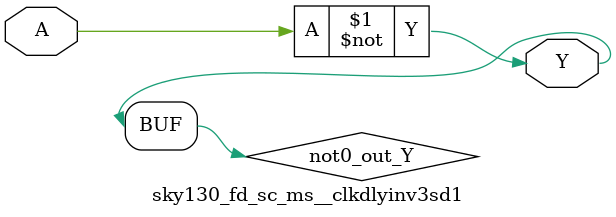
<source format=v>
/*
 * Copyright 2020 The SkyWater PDK Authors
 *
 * Licensed under the Apache License, Version 2.0 (the "License");
 * you may not use this file except in compliance with the License.
 * You may obtain a copy of the License at
 *
 *     https://www.apache.org/licenses/LICENSE-2.0
 *
 * Unless required by applicable law or agreed to in writing, software
 * distributed under the License is distributed on an "AS IS" BASIS,
 * WITHOUT WARRANTIES OR CONDITIONS OF ANY KIND, either express or implied.
 * See the License for the specific language governing permissions and
 * limitations under the License.
 *
 * SPDX-License-Identifier: Apache-2.0
*/


`ifndef SKY130_FD_SC_MS__CLKDLYINV3SD1_FUNCTIONAL_V
`define SKY130_FD_SC_MS__CLKDLYINV3SD1_FUNCTIONAL_V

/**
 * clkdlyinv3sd1: Clock Delay Inverter 3-stage 0.15um length inner
 *                stage gate.
 *
 * Verilog simulation functional model.
 */

`timescale 1ns / 1ps
`default_nettype none

`celldefine
module sky130_fd_sc_ms__clkdlyinv3sd1 (
    Y,
    A
);

    // Module ports
    output Y;
    input  A;

    // Local signals
    wire not0_out_Y;

    //  Name  Output      Other arguments
    not not0 (not0_out_Y, A              );
    buf buf0 (Y         , not0_out_Y     );

endmodule
`endcelldefine

`default_nettype wire
`endif  // SKY130_FD_SC_MS__CLKDLYINV3SD1_FUNCTIONAL_V

</source>
